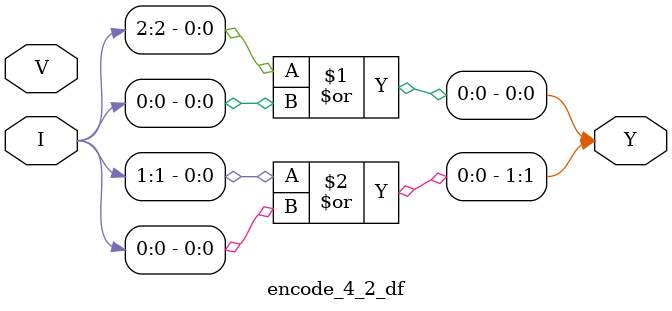
<source format=v>
/********************************
    4x2 Encoder - Data Flow
********************************/

module encode_4_2_df (Y,V,I);
input [3:0]I;
input V;
output [1:0]Y;

assign Y = {I[1]|I[0],I[2]|I[0]};
assign V = |I;
    
endmodule

/**
Assuming inputs have only one 1.

    I3  I2  I1  I0  |   Y1  Y0  V
    ----------------|------------
    0   0   0   0   |   X   X   0
    1   0   0   0   |   0   0   1
    0   1   0   0   |   0   1   1
    0   0   1   0   |   1   0   1
    0   0   0   1   |   1   1   1
**/
</source>
